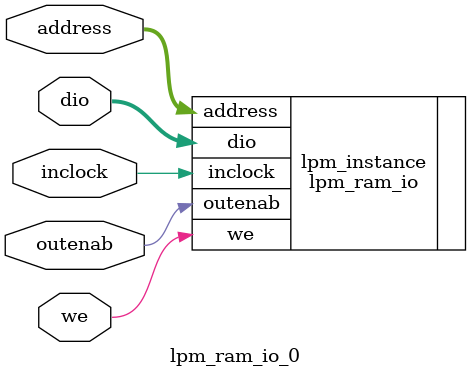
<source format=v>



module lpm_ram_io_0(inclock,we,outenab,address,dio);
input inclock;
input we;
input outenab;
input [3:0] address;
inout [7:0] dio;

lpm_ram_io	lpm_instance(.inclock(inclock),.we(we),.outenab(outenab),.address(address),.dio(dio));
	defparam	lpm_instance.LPM_ADDRESS_CONTROL = "REGISTERED";
	defparam	lpm_instance.LPM_INDATA = "REGISTERED";
	defparam	lpm_instance.LPM_NUMWORDS = 16;
	defparam	lpm_instance.LPM_OUTDATA = "UNREGISTERED";
	defparam	lpm_instance.LPM_WIDTH = 8;
	defparam	lpm_instance.LPM_WIDTHAD = 4;

endmodule

</source>
